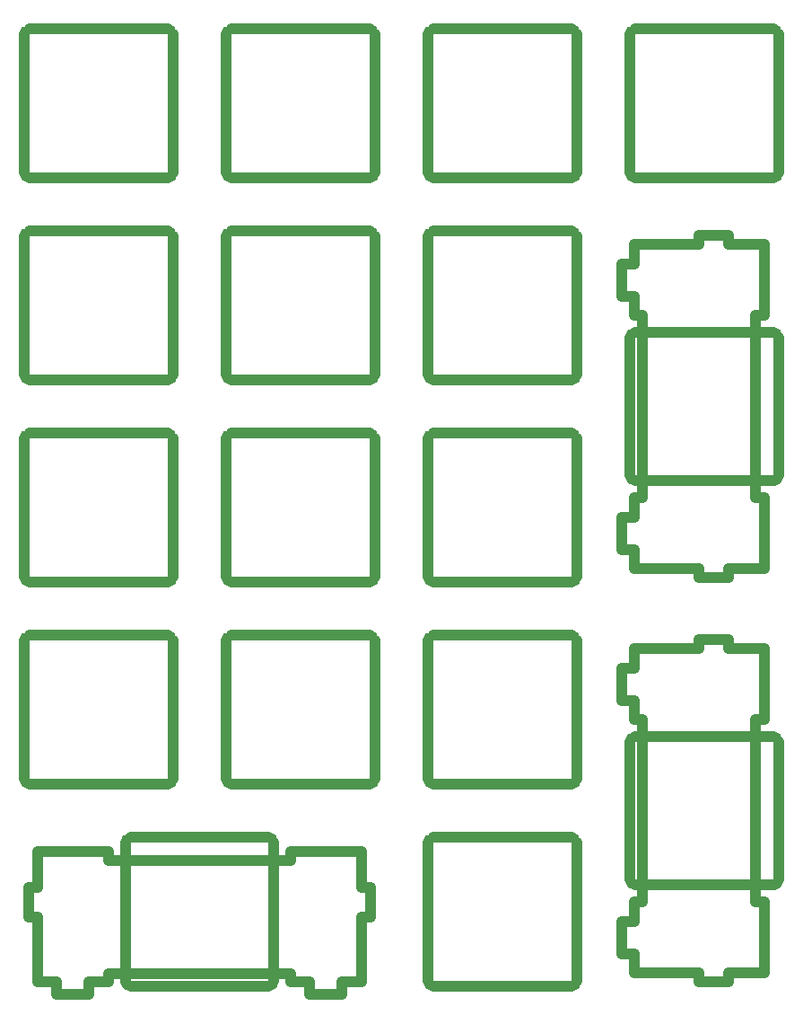
<source format=gbr>
%TF.GenerationSoftware,KiCad,Pcbnew,(6.0.7)*%
%TF.CreationDate,2022-10-13T01:28:40-05:00*%
%TF.ProjectId,Container65PLATE,436f6e74-6169-46e6-9572-3635504c4154,rev?*%
%TF.SameCoordinates,Original*%
%TF.FileFunction,Copper,L1,Top*%
%TF.FilePolarity,Positive*%
%FSLAX46Y46*%
G04 Gerber Fmt 4.6, Leading zero omitted, Abs format (unit mm)*
G04 Created by KiCad (PCBNEW (6.0.7)) date 2022-10-13 01:28:40*
%MOMM*%
%LPD*%
G01*
G04 APERTURE LIST*
%TA.AperFunction,NonConductor*%
%ADD10C,1.000000*%
%TD*%
G04 APERTURE END LIST*
D10*
X97698159Y-122157106D02*
G75*
G03*
X98198159Y-121657106I0J500000D01*
G01*
X84198159Y-121657106D02*
G75*
G03*
X84698159Y-122157106I500000J0D01*
G01*
X98198159Y-108657106D02*
G75*
G03*
X97698159Y-108157106I-500000J0D01*
G01*
X84698159Y-108157106D02*
G75*
G03*
X84198159Y-108657106I0J-500000D01*
G01*
X98198159Y-108657106D02*
X98198159Y-121657106D01*
X84198159Y-108657106D02*
X84198159Y-121657106D01*
X84698159Y-122157106D02*
X97698159Y-122157106D01*
X84698159Y-108157106D02*
X97698159Y-108157106D01*
X77888559Y-112871106D02*
X77888559Y-109467506D01*
X78752159Y-112871106D02*
X77888559Y-112871106D01*
X78752159Y-115665106D02*
X78752159Y-112871106D01*
X77888559Y-115665106D02*
X78752159Y-115665106D01*
X77888559Y-121761106D02*
X77888559Y-115665106D01*
X76085159Y-121761106D02*
X77888559Y-121761106D01*
X76085159Y-122929506D02*
X76085159Y-121761106D01*
X73037159Y-122929506D02*
X76085159Y-122929506D01*
X73037159Y-121761106D02*
X73037159Y-122929506D01*
X71233759Y-121761106D02*
X73037159Y-121761106D01*
X71233759Y-120973706D02*
X71233759Y-121761106D01*
X62623159Y-120973706D02*
X71233759Y-120973706D01*
X71233759Y-110280306D02*
X62623159Y-110280306D01*
X71233759Y-109467506D02*
X71233759Y-110280306D01*
X77888559Y-109467506D02*
X71233759Y-109467506D01*
X47357759Y-112871106D02*
X47357759Y-109467506D01*
X46494159Y-112871106D02*
X47357759Y-112871106D01*
X46494159Y-115665106D02*
X46494159Y-112871106D01*
X47357759Y-115665106D02*
X46494159Y-115665106D01*
X47357759Y-121761106D02*
X47357759Y-115665106D01*
X49161159Y-121761106D02*
X47357759Y-121761106D01*
X49161159Y-122929506D02*
X49161159Y-121761106D01*
X52209159Y-122929506D02*
X49161159Y-122929506D01*
X52209159Y-121761106D02*
X52209159Y-122929506D01*
X54012559Y-121761106D02*
X52209159Y-121761106D01*
X54012559Y-120973706D02*
X54012559Y-121761106D01*
X62623159Y-120973706D02*
X54012559Y-120973706D01*
X54012559Y-110280306D02*
X62623159Y-110280306D01*
X54012559Y-109467506D02*
X54012559Y-110280306D01*
X47357759Y-109467506D02*
X54012559Y-109467506D01*
X69123159Y-122157106D02*
G75*
G03*
X69623159Y-121657106I0J500000D01*
G01*
X55623159Y-121657106D02*
G75*
G03*
X56123159Y-122157106I500000J0D01*
G01*
X69623159Y-108657106D02*
G75*
G03*
X69123159Y-108157106I-500000J0D01*
G01*
X56123159Y-108157106D02*
G75*
G03*
X55623159Y-108657106I0J-500000D01*
G01*
X69623159Y-108657106D02*
X69623159Y-121657106D01*
X55623159Y-108657106D02*
X55623159Y-121657106D01*
X56123159Y-122157106D02*
X69123159Y-122157106D01*
X56123159Y-108157106D02*
X69123159Y-108157106D01*
X112534159Y-120897506D02*
X115937759Y-120897506D01*
X112534159Y-121761106D02*
X112534159Y-120897506D01*
X109740159Y-121761106D02*
X112534159Y-121761106D01*
X109740159Y-120897506D02*
X109740159Y-121761106D01*
X103644159Y-120897506D02*
X109740159Y-120897506D01*
X103644159Y-119094106D02*
X103644159Y-120897506D01*
X102475759Y-119094106D02*
X103644159Y-119094106D01*
X102475759Y-116046106D02*
X102475759Y-119094106D01*
X103644159Y-116046106D02*
X102475759Y-116046106D01*
X103644159Y-114242706D02*
X103644159Y-116046106D01*
X104431559Y-114242706D02*
X103644159Y-114242706D01*
X104431559Y-105632106D02*
X104431559Y-114242706D01*
X115124959Y-114242706D02*
X115124959Y-105632106D01*
X115937759Y-114242706D02*
X115124959Y-114242706D01*
X115937759Y-120897506D02*
X115937759Y-114242706D01*
X112534159Y-90366706D02*
X115937759Y-90366706D01*
X112534159Y-89503106D02*
X112534159Y-90366706D01*
X109740159Y-89503106D02*
X112534159Y-89503106D01*
X109740159Y-90366706D02*
X109740159Y-89503106D01*
X103644159Y-90366706D02*
X109740159Y-90366706D01*
X103644159Y-92170106D02*
X103644159Y-90366706D01*
X102475759Y-92170106D02*
X103644159Y-92170106D01*
X102475759Y-95218106D02*
X102475759Y-92170106D01*
X103644159Y-95218106D02*
X102475759Y-95218106D01*
X103644159Y-97021506D02*
X103644159Y-95218106D01*
X104431559Y-97021506D02*
X103644159Y-97021506D01*
X104431559Y-105632106D02*
X104431559Y-97021506D01*
X115124959Y-97021506D02*
X115124959Y-105632106D01*
X115937759Y-97021506D02*
X115124959Y-97021506D01*
X115937759Y-90366706D02*
X115937759Y-97021506D01*
X103248159Y-112132106D02*
G75*
G03*
X103748159Y-112632106I500000J0D01*
G01*
X103748159Y-98632106D02*
G75*
G03*
X103248159Y-99132106I0J-500000D01*
G01*
X116748159Y-112632106D02*
G75*
G03*
X117248159Y-112132106I0J500000D01*
G01*
X117248159Y-99132106D02*
G75*
G03*
X116748159Y-98632106I-500000J0D01*
G01*
X116748159Y-112632106D02*
X103748159Y-112632106D01*
X116748159Y-98632106D02*
X103748159Y-98632106D01*
X103248159Y-99132106D02*
X103248159Y-112132106D01*
X117248159Y-99132106D02*
X117248159Y-112132106D01*
X112534159Y-120897506D02*
X115937759Y-120897506D01*
X112534159Y-121761106D02*
X112534159Y-120897506D01*
X109740159Y-121761106D02*
X112534159Y-121761106D01*
X109740159Y-120897506D02*
X109740159Y-121761106D01*
X103644159Y-120897506D02*
X109740159Y-120897506D01*
X103644159Y-119094106D02*
X103644159Y-120897506D01*
X102475759Y-119094106D02*
X103644159Y-119094106D01*
X102475759Y-116046106D02*
X102475759Y-119094106D01*
X103644159Y-116046106D02*
X102475759Y-116046106D01*
X103644159Y-114242706D02*
X103644159Y-116046106D01*
X104431559Y-114242706D02*
X103644159Y-114242706D01*
X104431559Y-105632106D02*
X104431559Y-114242706D01*
X115124959Y-114242706D02*
X115124959Y-105632106D01*
X115937759Y-114242706D02*
X115124959Y-114242706D01*
X115937759Y-120897506D02*
X115937759Y-114242706D01*
X112534159Y-90366706D02*
X115937759Y-90366706D01*
X112534159Y-89503106D02*
X112534159Y-90366706D01*
X109740159Y-89503106D02*
X112534159Y-89503106D01*
X109740159Y-90366706D02*
X109740159Y-89503106D01*
X103644159Y-90366706D02*
X109740159Y-90366706D01*
X103644159Y-92170106D02*
X103644159Y-90366706D01*
X102475759Y-92170106D02*
X103644159Y-92170106D01*
X102475759Y-95218106D02*
X102475759Y-92170106D01*
X103644159Y-95218106D02*
X102475759Y-95218106D01*
X103644159Y-97021506D02*
X103644159Y-95218106D01*
X104431559Y-97021506D02*
X103644159Y-97021506D01*
X104431559Y-105632106D02*
X104431559Y-97021506D01*
X115124959Y-97021506D02*
X115124959Y-105632106D01*
X115937759Y-97021506D02*
X115124959Y-97021506D01*
X115937759Y-90366706D02*
X115937759Y-97021506D01*
X103248159Y-112132106D02*
G75*
G03*
X103748159Y-112632106I500000J0D01*
G01*
X103748159Y-98632106D02*
G75*
G03*
X103248159Y-99132106I0J-500000D01*
G01*
X116748159Y-112632106D02*
G75*
G03*
X117248159Y-112132106I0J500000D01*
G01*
X117248159Y-99132106D02*
G75*
G03*
X116748159Y-98632106I-500000J0D01*
G01*
X116748159Y-112632106D02*
X103748159Y-112632106D01*
X116748159Y-98632106D02*
X103748159Y-98632106D01*
X103248159Y-99132106D02*
X103248159Y-112132106D01*
X117248159Y-99132106D02*
X117248159Y-112132106D01*
X97698159Y-103107106D02*
G75*
G03*
X98198159Y-102607106I0J500000D01*
G01*
X84198159Y-102607106D02*
G75*
G03*
X84698159Y-103107106I500000J0D01*
G01*
X98198159Y-89607106D02*
G75*
G03*
X97698159Y-89107106I-500000J0D01*
G01*
X84698159Y-89107106D02*
G75*
G03*
X84198159Y-89607106I0J-500000D01*
G01*
X98198159Y-89607106D02*
X98198159Y-102607106D01*
X84198159Y-89607106D02*
X84198159Y-102607106D01*
X84698159Y-103107106D02*
X97698159Y-103107106D01*
X84698159Y-89107106D02*
X97698159Y-89107106D01*
X78648159Y-103107106D02*
G75*
G03*
X79148159Y-102607106I0J500000D01*
G01*
X65148159Y-102607106D02*
G75*
G03*
X65648159Y-103107106I500000J0D01*
G01*
X79148159Y-89607106D02*
G75*
G03*
X78648159Y-89107106I-500000J0D01*
G01*
X65648159Y-89107106D02*
G75*
G03*
X65148159Y-89607106I0J-500000D01*
G01*
X79148159Y-89607106D02*
X79148159Y-102607106D01*
X65148159Y-89607106D02*
X65148159Y-102607106D01*
X65648159Y-103107106D02*
X78648159Y-103107106D01*
X65648159Y-89107106D02*
X78648159Y-89107106D01*
X59598159Y-103107106D02*
G75*
G03*
X60098159Y-102607106I0J500000D01*
G01*
X46098159Y-102607106D02*
G75*
G03*
X46598159Y-103107106I500000J0D01*
G01*
X60098159Y-89607106D02*
G75*
G03*
X59598159Y-89107106I-500000J0D01*
G01*
X46598159Y-89107106D02*
G75*
G03*
X46098159Y-89607106I0J-500000D01*
G01*
X60098159Y-89607106D02*
X60098159Y-102607106D01*
X46098159Y-89607106D02*
X46098159Y-102607106D01*
X46598159Y-103107106D02*
X59598159Y-103107106D01*
X46598159Y-89107106D02*
X59598159Y-89107106D01*
X97698159Y-84057106D02*
G75*
G03*
X98198159Y-83557106I0J500000D01*
G01*
X84198159Y-83557106D02*
G75*
G03*
X84698159Y-84057106I500000J0D01*
G01*
X98198159Y-70557106D02*
G75*
G03*
X97698159Y-70057106I-500000J0D01*
G01*
X84698159Y-70057106D02*
G75*
G03*
X84198159Y-70557106I0J-500000D01*
G01*
X98198159Y-70557106D02*
X98198159Y-83557106D01*
X84198159Y-70557106D02*
X84198159Y-83557106D01*
X84698159Y-84057106D02*
X97698159Y-84057106D01*
X84698159Y-70057106D02*
X97698159Y-70057106D01*
X78648159Y-84057106D02*
G75*
G03*
X79148159Y-83557106I0J500000D01*
G01*
X65148159Y-83557106D02*
G75*
G03*
X65648159Y-84057106I500000J0D01*
G01*
X79148159Y-70557106D02*
G75*
G03*
X78648159Y-70057106I-500000J0D01*
G01*
X65648159Y-70057106D02*
G75*
G03*
X65148159Y-70557106I0J-500000D01*
G01*
X79148159Y-70557106D02*
X79148159Y-83557106D01*
X65148159Y-70557106D02*
X65148159Y-83557106D01*
X65648159Y-84057106D02*
X78648159Y-84057106D01*
X65648159Y-70057106D02*
X78648159Y-70057106D01*
X59598159Y-84057106D02*
G75*
G03*
X60098159Y-83557106I0J500000D01*
G01*
X46098159Y-83557106D02*
G75*
G03*
X46598159Y-84057106I500000J0D01*
G01*
X60098159Y-70557106D02*
G75*
G03*
X59598159Y-70057106I-500000J0D01*
G01*
X46598159Y-70057106D02*
G75*
G03*
X46098159Y-70557106I0J-500000D01*
G01*
X60098159Y-70557106D02*
X60098159Y-83557106D01*
X46098159Y-70557106D02*
X46098159Y-83557106D01*
X46598159Y-84057106D02*
X59598159Y-84057106D01*
X46598159Y-70057106D02*
X59598159Y-70057106D01*
X112534159Y-82797506D02*
X115937759Y-82797506D01*
X112534159Y-83661106D02*
X112534159Y-82797506D01*
X109740159Y-83661106D02*
X112534159Y-83661106D01*
X109740159Y-82797506D02*
X109740159Y-83661106D01*
X103644159Y-82797506D02*
X109740159Y-82797506D01*
X103644159Y-80994106D02*
X103644159Y-82797506D01*
X102475759Y-80994106D02*
X103644159Y-80994106D01*
X102475759Y-77946106D02*
X102475759Y-80994106D01*
X103644159Y-77946106D02*
X102475759Y-77946106D01*
X103644159Y-76142706D02*
X103644159Y-77946106D01*
X104431559Y-76142706D02*
X103644159Y-76142706D01*
X104431559Y-67532106D02*
X104431559Y-76142706D01*
X115124959Y-76142706D02*
X115124959Y-67532106D01*
X115937759Y-76142706D02*
X115124959Y-76142706D01*
X115937759Y-82797506D02*
X115937759Y-76142706D01*
X112534159Y-52266706D02*
X115937759Y-52266706D01*
X112534159Y-51403106D02*
X112534159Y-52266706D01*
X109740159Y-51403106D02*
X112534159Y-51403106D01*
X109740159Y-52266706D02*
X109740159Y-51403106D01*
X103644159Y-52266706D02*
X109740159Y-52266706D01*
X103644159Y-54070106D02*
X103644159Y-52266706D01*
X102475759Y-54070106D02*
X103644159Y-54070106D01*
X102475759Y-57118106D02*
X102475759Y-54070106D01*
X103644159Y-57118106D02*
X102475759Y-57118106D01*
X103644159Y-58921506D02*
X103644159Y-57118106D01*
X104431559Y-58921506D02*
X103644159Y-58921506D01*
X104431559Y-67532106D02*
X104431559Y-58921506D01*
X115124959Y-58921506D02*
X115124959Y-67532106D01*
X115937759Y-58921506D02*
X115124959Y-58921506D01*
X115937759Y-52266706D02*
X115937759Y-58921506D01*
X103248159Y-74032106D02*
G75*
G03*
X103748159Y-74532106I500000J0D01*
G01*
X103748159Y-60532106D02*
G75*
G03*
X103248159Y-61032106I0J-500000D01*
G01*
X116748159Y-74532106D02*
G75*
G03*
X117248159Y-74032106I0J500000D01*
G01*
X117248159Y-61032106D02*
G75*
G03*
X116748159Y-60532106I-500000J0D01*
G01*
X116748159Y-74532106D02*
X103748159Y-74532106D01*
X116748159Y-60532106D02*
X103748159Y-60532106D01*
X103248159Y-61032106D02*
X103248159Y-74032106D01*
X117248159Y-61032106D02*
X117248159Y-74032106D01*
X97698159Y-65007106D02*
G75*
G03*
X98198159Y-64507106I0J500000D01*
G01*
X84198159Y-64507106D02*
G75*
G03*
X84698159Y-65007106I500000J0D01*
G01*
X98198159Y-51507106D02*
G75*
G03*
X97698159Y-51007106I-500000J0D01*
G01*
X84698159Y-51007106D02*
G75*
G03*
X84198159Y-51507106I0J-500000D01*
G01*
X98198159Y-51507106D02*
X98198159Y-64507106D01*
X84198159Y-51507106D02*
X84198159Y-64507106D01*
X84698159Y-65007106D02*
X97698159Y-65007106D01*
X84698159Y-51007106D02*
X97698159Y-51007106D01*
X78648159Y-65007106D02*
G75*
G03*
X79148159Y-64507106I0J500000D01*
G01*
X65148159Y-64507106D02*
G75*
G03*
X65648159Y-65007106I500000J0D01*
G01*
X79148159Y-51507106D02*
G75*
G03*
X78648159Y-51007106I-500000J0D01*
G01*
X65648159Y-51007106D02*
G75*
G03*
X65148159Y-51507106I0J-500000D01*
G01*
X79148159Y-51507106D02*
X79148159Y-64507106D01*
X65148159Y-51507106D02*
X65148159Y-64507106D01*
X65648159Y-65007106D02*
X78648159Y-65007106D01*
X65648159Y-51007106D02*
X78648159Y-51007106D01*
X59598159Y-65007106D02*
G75*
G03*
X60098159Y-64507106I0J500000D01*
G01*
X46098159Y-64507106D02*
G75*
G03*
X46598159Y-65007106I500000J0D01*
G01*
X60098159Y-51507106D02*
G75*
G03*
X59598159Y-51007106I-500000J0D01*
G01*
X46598159Y-51007106D02*
G75*
G03*
X46098159Y-51507106I0J-500000D01*
G01*
X60098159Y-51507106D02*
X60098159Y-64507106D01*
X46098159Y-51507106D02*
X46098159Y-64507106D01*
X46598159Y-65007106D02*
X59598159Y-65007106D01*
X46598159Y-51007106D02*
X59598159Y-51007106D01*
X116748159Y-45957106D02*
G75*
G03*
X117248159Y-45457106I0J500000D01*
G01*
X103248159Y-45457106D02*
G75*
G03*
X103748159Y-45957106I500000J0D01*
G01*
X117248159Y-32457106D02*
G75*
G03*
X116748159Y-31957106I-500000J0D01*
G01*
X103748159Y-31957106D02*
G75*
G03*
X103248159Y-32457106I0J-500000D01*
G01*
X117248159Y-32457106D02*
X117248159Y-45457106D01*
X103248159Y-32457106D02*
X103248159Y-45457106D01*
X103748159Y-45957106D02*
X116748159Y-45957106D01*
X103748159Y-31957106D02*
X116748159Y-31957106D01*
X97698159Y-45957106D02*
G75*
G03*
X98198159Y-45457106I0J500000D01*
G01*
X84198159Y-45457106D02*
G75*
G03*
X84698159Y-45957106I500000J0D01*
G01*
X98198159Y-32457106D02*
G75*
G03*
X97698159Y-31957106I-500000J0D01*
G01*
X84698159Y-31957106D02*
G75*
G03*
X84198159Y-32457106I0J-500000D01*
G01*
X98198159Y-32457106D02*
X98198159Y-45457106D01*
X84198159Y-32457106D02*
X84198159Y-45457106D01*
X84698159Y-45957106D02*
X97698159Y-45957106D01*
X84698159Y-31957106D02*
X97698159Y-31957106D01*
X78648159Y-45957106D02*
G75*
G03*
X79148159Y-45457106I0J500000D01*
G01*
X65148159Y-45457106D02*
G75*
G03*
X65648159Y-45957106I500000J0D01*
G01*
X79148159Y-32457106D02*
G75*
G03*
X78648159Y-31957106I-500000J0D01*
G01*
X65648159Y-31957106D02*
G75*
G03*
X65148159Y-32457106I0J-500000D01*
G01*
X79148159Y-32457106D02*
X79148159Y-45457106D01*
X65148159Y-32457106D02*
X65148159Y-45457106D01*
X65648159Y-45957106D02*
X78648159Y-45957106D01*
X65648159Y-31957106D02*
X78648159Y-31957106D01*
X59598159Y-45957106D02*
G75*
G03*
X60098159Y-45457106I0J500000D01*
G01*
X46098159Y-45457106D02*
G75*
G03*
X46598159Y-45957106I500000J0D01*
G01*
X60098159Y-32457106D02*
G75*
G03*
X59598159Y-31957106I-500000J0D01*
G01*
X46598159Y-31957106D02*
G75*
G03*
X46098159Y-32457106I0J-500000D01*
G01*
X60098159Y-32457106D02*
X60098159Y-45457106D01*
X46098159Y-32457106D02*
X46098159Y-45457106D01*
X46598159Y-45957106D02*
X59598159Y-45957106D01*
X46598159Y-31957106D02*
X59598159Y-31957106D01*
M02*

</source>
